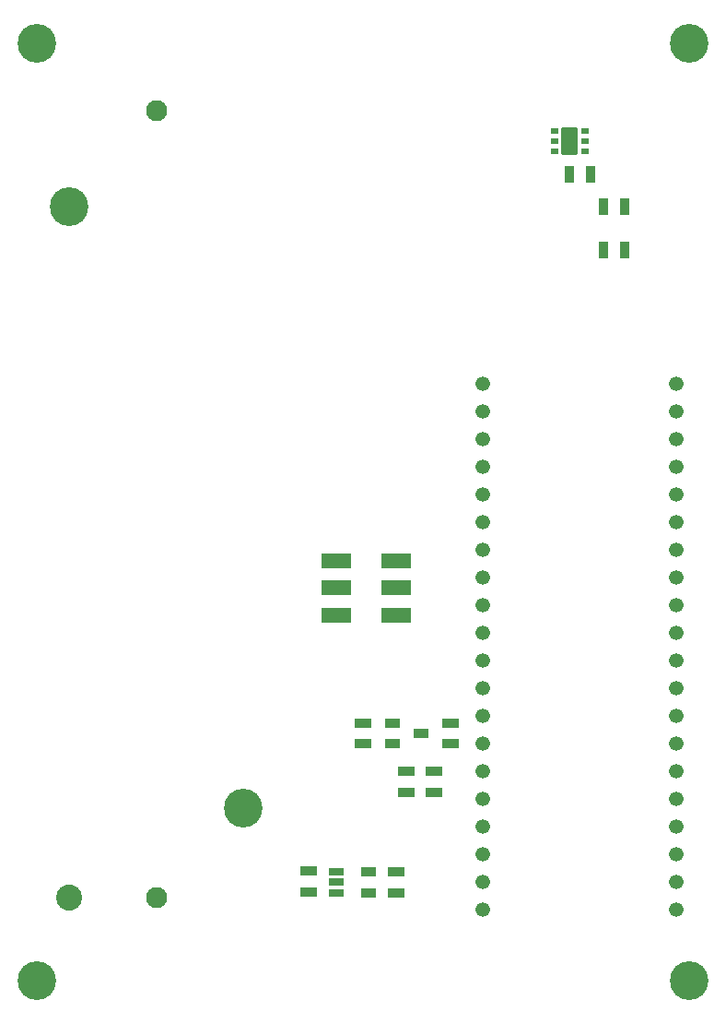
<source format=gbr>
G04 Layer_Color=8388736*
%FSLAX24Y24*%
%MOIN*%
%TF.FileFunction,Soldermask,Top*%
%TF.Part,Single*%
G01*
G75*
%TA.AperFunction,ComponentPad*%
%ADD19C,0.0941*%
%ADD20C,0.1398*%
%TA.AperFunction,WasherPad*%
%ADD22C,0.1398*%
%TA.AperFunction,SMDPad,CuDef*%
%ADD29R,0.0547X0.0311*%
%ADD30R,0.0572X0.0336*%
G04:AMPARAMS|DCode=31|XSize=63mil|YSize=98.4mil|CornerRadius=7.9mil|HoleSize=0mil|Usage=FLASHONLY|Rotation=0.000|XOffset=0mil|YOffset=0mil|HoleType=Round|Shape=RoundedRectangle|*
%AMROUNDEDRECTD31*
21,1,0.0630,0.0827,0,0,0.0*
21,1,0.0472,0.0984,0,0,0.0*
1,1,0.0157,0.0236,-0.0413*
1,1,0.0157,-0.0236,-0.0413*
1,1,0.0157,-0.0236,0.0413*
1,1,0.0157,0.0236,0.0413*
%
%ADD31ROUNDEDRECTD31*%
G04:AMPARAMS|DCode=32|XSize=27.6mil|YSize=21.7mil|CornerRadius=3.7mil|HoleSize=0mil|Usage=FLASHONLY|Rotation=0.000|XOffset=0mil|YOffset=0mil|HoleType=Round|Shape=RoundedRectangle|*
%AMROUNDEDRECTD32*
21,1,0.0276,0.0142,0,0,0.0*
21,1,0.0201,0.0217,0,0,0.0*
1,1,0.0075,0.0100,-0.0071*
1,1,0.0075,-0.0100,-0.0071*
1,1,0.0075,-0.0100,0.0071*
1,1,0.0075,0.0100,0.0071*
%
%ADD32ROUNDEDRECTD32*%
%ADD33R,0.1064X0.0552*%
%ADD34R,0.0592X0.0356*%
%ADD35R,0.0356X0.0592*%
%ADD36R,0.0552X0.0336*%
%TA.AperFunction,ComponentPad*%
%ADD37C,0.0764*%
%ADD38C,0.0528*%
D19*
X12992Y15976D02*
D03*
D20*
X19291Y19213D02*
D03*
X12992Y40945D02*
D03*
D22*
X11811Y12992D02*
D03*
X35433D02*
D03*
Y46850D02*
D03*
X11811D02*
D03*
D29*
X22648Y16161D02*
D03*
Y16535D02*
D03*
Y16909D02*
D03*
D30*
X23809Y16161D02*
D03*
Y16909D02*
D03*
D31*
X31102Y43307D02*
D03*
D32*
X31654Y42933D02*
D03*
Y43307D02*
D03*
Y43681D02*
D03*
X30551D02*
D03*
Y43307D02*
D03*
Y42933D02*
D03*
D33*
X24803Y26181D02*
D03*
Y27165D02*
D03*
Y28150D02*
D03*
X22638D02*
D03*
Y27165D02*
D03*
Y26181D02*
D03*
D34*
X21654Y16181D02*
D03*
Y16929D02*
D03*
X24803Y16909D02*
D03*
Y16161D02*
D03*
X26181Y19787D02*
D03*
Y20535D02*
D03*
X26772Y21535D02*
D03*
Y22283D02*
D03*
X25197Y20535D02*
D03*
Y19787D02*
D03*
X23622Y21535D02*
D03*
Y22283D02*
D03*
D35*
X33071Y39370D02*
D03*
Y40945D02*
D03*
X32323D02*
D03*
Y39370D02*
D03*
X31850Y42126D02*
D03*
X31102D02*
D03*
D36*
X24685Y21535D02*
D03*
X25709Y21909D02*
D03*
X24685Y22283D02*
D03*
D37*
X16142Y15976D02*
D03*
Y44409D02*
D03*
D38*
X27953Y15535D02*
D03*
Y16535D02*
D03*
Y17535D02*
D03*
Y18535D02*
D03*
Y19535D02*
D03*
Y20535D02*
D03*
Y21535D02*
D03*
Y22535D02*
D03*
Y23535D02*
D03*
Y24535D02*
D03*
Y25535D02*
D03*
Y26535D02*
D03*
Y27535D02*
D03*
Y28535D02*
D03*
Y29535D02*
D03*
Y30535D02*
D03*
Y31535D02*
D03*
Y32535D02*
D03*
Y33535D02*
D03*
Y34535D02*
D03*
X34953Y27535D02*
D03*
Y26535D02*
D03*
Y25535D02*
D03*
Y24535D02*
D03*
Y23535D02*
D03*
Y22535D02*
D03*
Y21535D02*
D03*
Y20535D02*
D03*
Y19535D02*
D03*
Y18535D02*
D03*
Y17535D02*
D03*
Y16535D02*
D03*
Y15535D02*
D03*
Y28535D02*
D03*
Y29535D02*
D03*
Y30535D02*
D03*
Y31535D02*
D03*
Y32535D02*
D03*
Y33535D02*
D03*
Y34535D02*
D03*
%TF.MD5,823c9f189d3a57d16e0533235656af62*%
M02*

</source>
